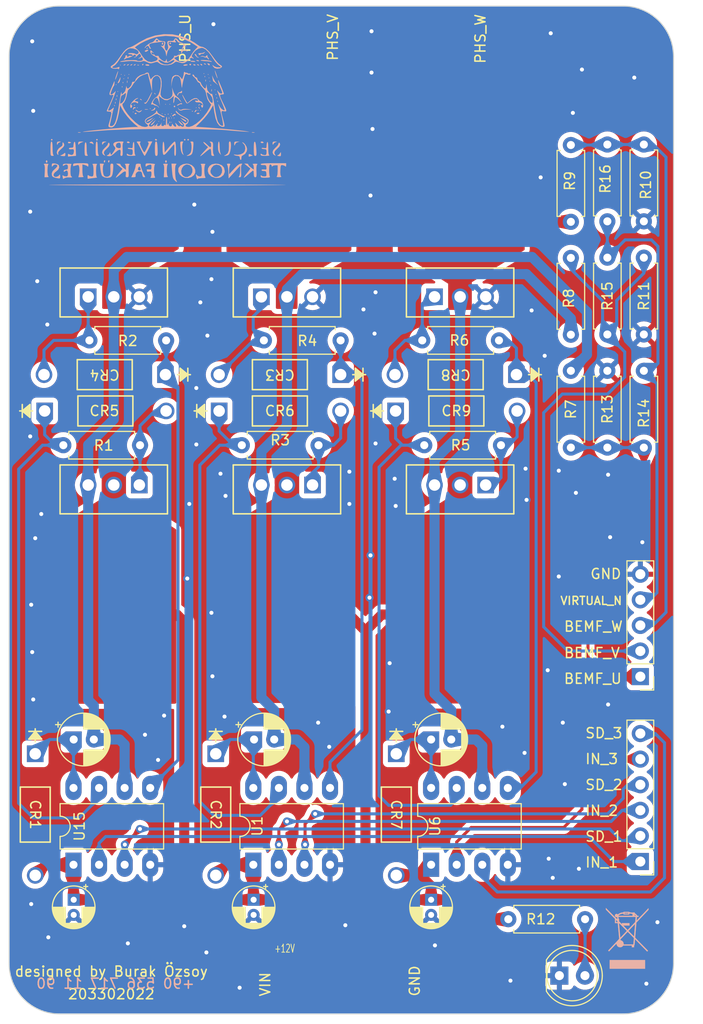
<source format=kicad_pcb>
(kicad_pcb (version 20221018) (generator pcbnew)
  (layers (0 "F.Cu" signal) (31 "B.Cu" signal) (34 "B.Paste" user) (35 "F.Paste" user) (36 "B.SilkS" user "B.Silkscreen") (37 "F.SilkS" user "F.Silkscreen") (38 "B.Mask" user) (39 "F.Mask" user) (44 "Edge.Cuts" user))
  (net 0 "")
  (net 1 "Net-(U15-HO)")
  (net 2 "Net-(CR5-Pad2)")
  (net 3 "Net-(U15-VB)")
  (net 4 "+12V")
  (net 5 "Net-(U1-VB)")
  (net 6 "Net-(U1-LO)")
  (net 7 "Net-(CR3-Pad2)")
  (net 8 "Net-(U15-LO)")
  (net 9 "Net-(CR4-Pad2)")
  (net 10 "Net-(U1-HO)")
  (net 11 "Net-(CR6-Pad2)")
  (net 12 "Net-(U6-VB)")
  (net 13 "Net-(U6-LO)")
  (net 14 "Net-(CR8-Pad2)")
  (net 15 "Net-(U6-HO)")
  (net 16 "Net-(CR9-Pad2)")
  (net 17 "MOTOR_U")
  (net 18 "MOTOR_V")
  (net 19 "MOTOR_W")
  (net 20 "GND")
  (net 21 "Virtual_N")
  (net 22 "PHV_U")
  (net 23 "PHV_W")
  (net 24 "PHV_V")
  (net 25 "Net-(D1-A)")
  (net 26 "PWM3")
  (net 27 "PWM4")
  (net 28 "PWM5")
  (net 29 "PWM6")
  (net 30 "PWM1")
  (net 31 "PWM2")
  (footprint "Resistor_THT:R_Axial_DIN0207_L6.3mm_D2.5mm_P7.62mm_Horizontal" (layer "F.Cu") (at 139.8 44.99 -90)
    (fp_text reference "R8")
    (fp_text value "39k")
  )
  (footprint "Capacitor_THT:CP_Radial_D5.0mm_P2.00mm" (layer "F.Cu") (at 108.334887 92.77355)
    (fp_text reference "C2" hide)
    (fp_text value "1uF")
  )
  (footprint "Capacitor_THT:CP_Radial_D4.0mm_P1.50mm" (layer "F.Cu") (at 125.92 108.67355 -90)
    (fp_text reference "C3" hide)
    (fp_text value "10uF")
  )
  (footprint "LED_THT:LED_D5.0mm" (layer "F.Cu") (at 138.66 116.2)
    (fp_text reference "D1" hide)
    (fp_text value "GREEN")
  )
  (footprint "UF4007:DO-204AL" (layer "F.Cu") (at 122.46 94.18955 -90)
    (fp_text reference "CR7")
    (fp_text value "UF4007-E3/54")
  )
  (footprint "Package_DIP:DIP-8_W7.62mm_LongPads" (layer "F.Cu") (at 125.92 105.19855 90)
    (fp_text reference "U6")
    (fp_text value "IR2104")
  )
  (footprint "Connector_PinHeader_2.54mm:PinHeader_1x05_P2.54mm_Vertical" (layer "F.Cu") (at 146.7 86.535 180)
    (fp_text reference "J3" hide)
    (fp_text value "Conn_01x05_Pin")
  )
  (footprint "UF4007:DO-204AL" (layer "F.Cu") (at 134.394 56.57355 180)
    (fp_text reference "CR8")
    (fp_text value "UF4007-E3/54")
  )
  (footprint "Resistor_THT:R_Axial_DIN0207_L6.3mm_D2.5mm_P7.62mm_Horizontal" (layer "F.Cu") (at 89.39 63.57355)
    (fp_text reference "R1")
    (fp_text value "10R")
  )
  (footprint "UF4007:DO-204AL" (layer "F.Cu") (at 104.865 60.17355)
    (fp_text reference "CR6")
    (fp_text value "UF4007-E3/54")
  )
  (footprint "Resistor_THT:R_Axial_DIN0207_L6.3mm_D2.5mm_P7.62mm_Horizontal" (layer "F.Cu") (at 147.05 56.19 -90)
    (fp_text reference "R14")
    (fp_text value "39k")
  )
  (footprint "Resistor_THT:R_Axial_DIN0207_L6.3mm_D2.5mm_P7.62mm_Horizontal" (layer "F.Cu") (at 147.05 41.36 90)
    (fp_text reference "R10")
    (fp_text value "15k")
  )
  (footprint "Capacitor_THT:CP_Radial_D5.0mm_P2.00mm" (layer "F.Cu") (at 90.42 92.77355)
    (fp_text reference "C7" hide)
    (fp_text value "1uF")
  )
  (footprint "UF4007:DO-204AL" (layer "F.Cu") (at 116.93 56.57355 180)
    (fp_text reference "CR3")
    (fp_text value "UF4007-E3/54")
  )
  (footprint "Resistor_THT:R_Axial_DIN0207_L6.3mm_D2.5mm_P7.62mm_Horizontal" (layer "F.Cu") (at 116.93 53.17355 180)
    (fp_text reference "R4")
    (fp_text value "10R")
  )
  (footprint "Resistor_THT:R_Axial_DIN0207_L6.3mm_D2.5mm_P7.62mm_Horizontal" (layer "F.Cu") (at 132.66 53.17355 180)
    (fp_text reference "R6")
    (fp_text value "10R")
  )
  (footprint "UF4007:DO-204AL" (layer "F.Cu") (at 86.6 94.18955 -90)
    (fp_text reference "CR1")
    (fp_text value "UF4007-E3/54")
  )
  (footprint "Resistor_THT:R_Axial_DIN0207_L6.3mm_D2.5mm_P7.62mm_Horizontal" (layer "F.Cu") (at 139.8 63.81 90)
    (fp_text reference "R7")
    (fp_text value "39k")
  )
  (footprint "Resistor_THT:R_Axial_DIN0207_L6.3mm_D2.5mm_P7.62mm_Horizontal" (layer "F.Cu") (at 147.05 52.585 90)
    (fp_text reference "R11")
    (fp_text value "15k")
  )
  (footprint "Resistor_THT:R_Axial_DIN0207_L6.3mm_D2.5mm_P7.62mm_Horizontal" (layer "F.Cu") (at 143.425 41.36 90)
    (fp_text reference "R16")
    (fp_text value "39k")
  )
  (footprint "UF4007:DO-204AL" (layer "F.Cu") (at 122.395 60.17355)
    (fp_text reference "CR9")
    (fp_text value "UF4007-E3/54")
  )
  (footprint "UF4007:DO-204AL" (layer "F.Cu") (at 87.535 60.17355)
    (fp_text reference "CR5")
    (fp_text value "UF4007-E3/54")
  )
  (footprint "Resistor_THT:R_Axial_DIN0207_L6.3mm_D2.5mm_P7.62mm_Horizontal" (layer "F.Cu") (at 143.425 44.965 -90)
    (fp_text reference "R15")
    (fp_text value "39k")
  )
  (footprint "Resistor_THT:R_Axial_DIN0207_L6.3mm_D2.5mm_P7.62mm_Horizontal" (layer "F.Cu") (at 107.12 63.57355)
    (fp_text reference "R3")
    (fp_text value "10R")
  )
  (footprint "Capacitor_THT:CP_Radial_D5.0mm_P2.00mm" (layer "F.Cu") (at 125.92 92.77355)
    (fp_text reference "C5" hide)
    (fp_text value "1uF")
  )
  (footprint "STP75NF75:TO-220_STM" (layer "F.Cu") (at 91.86 48.85)
    (fp_text reference "U5" hide)
    (fp_text value "STP75NF75")
  )
  (footprint "STP75NF75:TO-220_STM" (layer "F.Cu") (at 126.26 48.85)
    (fp_text reference "U8" hide)
    (fp_text value "STP75NF75")
  )
  (footprint "Capacitor_THT:CP_Radial_D4.0mm_P1.50mm" (layer "F.Cu") (at 108.29 108.67355 -90)
    (fp_text reference "C1" hide)
    (fp_text value "10uF")
  )
  (footprint "UF4007:DO-204AL" (layer "F.Cu") (at 104.53 94.18955 -90)
    (fp_text reference "CR2")
    (fp_text value "UF4007-E3/54")
  )
  (footprint "STP75NF75:TO-220_STM" (layer "F.Cu") (at 109.06 48.85)
    (fp_text reference "U3" hide)
    (fp_text value "STP75NF75")
  )
  (footprint "STP75NF75:TO-220_STM" (layer "F.Cu") (at 96.94 67.52355 180)
    (fp_text reference "U4" hide)
    (fp_text value "STP75NF75")
  )
  (footprint "Package_DIP:DIP-8_W7.62mm_LongPads" (layer "F.Cu") (at 90.4 105.19855 90)
    (fp_text reference "U15")
    (fp_text value "IR2104")
  )
  (footprint "Package_DIP:DIP-8_W7.62mm_LongPads" (layer "F.Cu") (at 108.26 105.19855 90)
    (fp_text reference "U1")
    (fp_text value "IR2104")
  )
  (footprint "STP75NF75:TO-220_STM" (layer "F.Cu") (at 131.34 67.52355 180)
    (fp_text reference "U7" hide)
    (fp_text value "STP75NF75")
  )
  (footprint "TerminalBlock_MetzConnect:TerminalBlock_MetzConnect_Type011_RT05503HBWC_1x03_P5.00mm_Horizontal" (layer "F.Cu") (at 111.7 23.7)
    (fp_text reference "J2" hide)
    (fp_text value "Screw_Terminal_01x03")
  )
  (footprint "TerminalBlock_MetzConnect:TerminalBlock_MetzConnect_Type011_RT05502HBWC_1x02_P5.00mm_Horizontal" (layer "F.Cu") (at 120.75 117.1)
    (fp_text reference "J1" hide)
    (fp_text value "Screw_Terminal_01x02" hide)
  )
  (footprint "Connector_PinHeader_2.54mm:PinHeader_1x06_P2.54mm_Vertical" (layer "F.Cu") (at 146.7 104.88 180)
    (fp_text reference "J5" hide)
    (fp_text value "Conn_01x06_Pin")
  )
  (footprint "STP75NF75:TO-220_STM" (layer "F.Cu") (at 114.14 67.52355 180)
    (fp_text reference "U2" hide)
    (fp_text value "STP75NF75")
  )
  (footprint "UF4007:DO-204AL" (layer "F.Cu") (at 99.534 56.57355 180)
    (fp_text reference "CR4")
    (fp_text value "UF4007-E3/54")
  )
  (footprint "Resistor_THT:R_Axial_DIN0207_L6.3mm_D2.5mm_P7.62mm_Horizontal" (layer "F.Cu") (at 133.59 110.6)
    (fp_text reference "R12")
    (fp_text value "470R")
  )
  (footprint "Resistor_THT:R_Axial_DIN0207_L6.3mm_D2.5mm_P7.62mm_Horizontal" (layer "F.Cu") (at 139.8 33.79 -90)
    (fp_text reference "R9")
    (fp_text value "39k")
  )
  (footprint "Capacitor_THT:CP_Radial_D4.0mm_P1.50mm" (layer "F.Cu") (at 90.42 108.67355 -90)
    (fp_text reference "C4" hide)
    (fp_text value "10uF")
  )
  (footprint "Resistor_THT:R_Axial_DIN0207_L6.3mm_D2.5mm_P7.62mm_Horizontal" (layer "F.Cu") (at 99.6 53.17355 180)
    (fp_text reference "R2")
    (fp_text value "10R")
  )
  (footprint "Resistor_THT:R_Axial_DIN0207_L6.3mm_D2.5mm_P7.62mm_Horizontal" (layer "F.Cu") (at 125.24 63.57355)
    (fp_text reference "R5")
    (fp_text value "10R")
  )
  (footprint "Resistor_THT:R_Axial_DIN0207_L6.3mm_D2.5mm_P7.62mm_Horizontal" (layer "F.Cu") (at 143.425 56.19 -90)
    (fp_text reference "R13")
    (fp_text value "15k")
  )
  (footprint "Audio_Module:sü_tf_logo" (layer "B.Cu") (at 99.5 30.3 180)
    (fp_text reference "")
    (fp_text value "" hide)
  )
  (footprint "Symbol:WEEE-Logo_4.2x6mm_SilkScreen" (layer "B.Cu") (at 145.4 112.5 180)
    (fp_text reference "REF**" hide)
    (fp_text value "WEEE-Logo_4.2x6mm_SilkScreen" hide)
  )
  (gr_line (start 150 25) (end 150 115) (stroke (width 0.1)) (layer "Edge.Cuts"))
  (gr_arc (start 89 120) (mid 85.464466 118.535534) (end 84 115) (stroke (width 0.1)) (layer "Edge.Cuts"))
  (gr_line (start 89 20) (end 145 20) (stroke (width 0.1)) (layer "Edge.Cuts"))
  (gr_line (start 145 120) (end 89 120) (stroke (width 0.1)) (layer "Edge.Cuts"))
  (gr_line (start 84 115) (end 84 25) (stroke (width 0.1)) (layer "Edge.Cuts"))
  (gr_arc (start 150 115) (mid 148.535534 118.535534) (end 145 120) (stroke (width 0.1)) (layer "Edge.Cuts"))
  (gr_arc (start 145 20) (mid 148.535534 21.464466) (end 150 25) (stroke (width 0.1)) (layer "Edge.Cuts"))
  (gr_arc (start 84 25) (mid 85.464466 21.464466) (end 89 20) (stroke (width 0.1)) (layer "Edge.Cuts"))
  (gr_text "+90 536 717 11 90" (at 102.525 117.575) (layer "B.SilkS") (effects (font (size 1 1)) (justify left bottom mirror)))
  (gr_text "PHS_W" (at 131.4 25.8 90) (layer "F.SilkS") (effects (font (size 1 1)) (justify left bottom)))
  (gr_text "SD_1" (at 141.15 102.985) (layer "F.SilkS") (effects (font (size 1 1)) (justify left bottom)))
  (gr_text "GND" (at 124.875 118.35 90) (layer "F.SilkS") (effects (font (size 1 1)) (justify left bottom)))
  (gr_text "SD_3" (at 141.15 92.725) (layer "F.SilkS") (effects (font (size 1 1)) (justify left bottom)))
  (gr_text "IN_1" (at 141.15 105.55) (layer "F.SilkS") (effects (font (size 1 1)) (justify left bottom)))
  (gr_text "PHS_V" (at 116.7375 25.514286 90) (layer "F.SilkS") (effects (font (size 1 1)) (justify left bottom)))
  (gr_text "BEMF_V" (at 139.034524 84.775) (layer "F.SilkS") (effects (font (size 1 1)) (justify left bottom)))
  (gr_text "BEMF_W" (at 139.034524 82.15) (layer "F.SilkS") (effects (font (size 1 1)) (justify left bottom)))
  (gr_text "SD_2" (at 141.15 97.855) (layer "F.SilkS") (effects (font (size 1 1)) (justify left bottom)))
  (gr_text "+12V" (at 110.325 113.975) (layer "F.SilkS") (effects (font (size 0.8 0.5) (thickness 0.08) bold) (justify left bottom)))
  (gr_text "VIN" (at 110.025 118.35 90) (layer "F.SilkS") (effects (font (size 1 1)) (justify left bottom)))
  (gr_text "PHS_U" (at 102.075 25.704762 90) (layer "F.SilkS") (effects (font (size 1 1)) (justify left bottom)))
  (gr_text "203302022" (at 89.775 118.625) (layer "F.SilkS") (effects (font (size 1 1)) (justify left bottom)))
  (gr_text "IN_3" (at 141.15 95.29) (layer "F.SilkS") (effects (font (size 1 1)) (justify left bottom)))
  (gr_text "IN_2" (at 141.15 100.42) (layer "F.SilkS") (effects (font (size 1 1)) (justify left bottom)))
  (gr_text "GND" (at 141.65 76.925) (layer "F.SilkS") (effects (font (size 1 1)) (justify left bottom)))
  (gr_text "BEMF_U" (at 139.025 87.325) (layer "F.SilkS") (effects (font (size 1 1)) (justify left bottom)))
  (gr_text "designed by Burak Özsoy" (at 84.489284 116.375) (layer "F.SilkS") (effects (font (size 1 1)) (justify left bottom)))
  (gr_text "VIRTUAL_N" (at 138.675 79.475) (layer "F.SilkS") (effects (font (size 0.8 0.8)) (justify left bottom)))
  (segment (start 88.57355 63.57355) (end 89.39 63.57355) (width 0.3) (layer "B.Cu") (net 1))
  (segment (start 92.94 98.56) (end 90.95 100.55) (width 0.3) (layer "B.Cu") (net 1))
  (segment (start 84.95 99.1) (end 84.95 65.95) (width 0.3) (layer "B.Cu") (net 1))
  (segment (start 92.94 97.57855) (end 92.94 98.56) (width 0.3) (layer "B.Cu") (net 1))
  (segment (start 87.535 62.535) (end 88.57355 63.57355) (width 0.3) (layer "B.Cu") (net 1))
  (segment (start 84.95 65.95) (end 87.32645 63.57355) (width 0.3) (layer "B.Cu") (net 1))
  (segment (start 86.4 100.55) (end 84.95 99.1) (width 0.3) (layer "B.Cu") (net 1))
  (segment (start 90.95 100.55) (end 86.4 100.55) (width 0.3) (layer "B.Cu") (net 1))
  (segment (start 87.32645 63.57355) (end 89.39 63.57355) (width 0.3) (layer "B.Cu") (net 1))
  (segment (start 87.535 60.17355) (end 87.535 62.535) (width 0.3) (layer "B.Cu") (net 1))
  (segment (start 97.01 61.64) (end 97.01 63.57355) (width 0.3) (layer "B.Cu") (net 2))
  (segment (start 98.47645 60.17355) (end 97.01 61.64) (width 0.3) (layer "B.Cu") (net 2))
  (segment (start 99.6 60.17355) (end 98.47645 60.17355) (width 0.3) (layer "B.Cu") (net 2))
  (segment (start 97.01 63.57355) (end 97.01 67.45355) (width 0.3) (layer "B.Cu") (net 2))
  (segment (start 97.01 67.45355) (end 96.94 67.52355) (width 0.3) (layer "B.Cu") (net 2))
  (segment (start 90.4 92.79355) (end 90.42 92.77355) (width 0.3) (layer "B.Cu") (net 3))
  (segment (start 90.42 92.77355) (end 88.016 92.77355) (width 0.3) (layer "B.Cu") (net 3))
  (segment (start 90.4 97.57855) (end 90.4 92.79355) (width 0.3) (layer "B.Cu") (net 3))
  (segment (start 88.016 92.77355) (end 86.6 94.18955) (width 0.3) (layer "B.Cu") (net 3))
  (segment (start 108.26 105.19855) (end 108.26 108.64355) (width 1) (layer "F.Cu") (net 4))
  (segment (start 90.42 108.67355) (end 101.4 108.67355) (width 1) (layer "F.Cu") (net 4))
  (segment (start 113.3 108.67355) (end 119.4 108.67355) (width 1) (layer "F.Cu") (net 4))
  (segment (start 106.7 105.2) (end 106.70145 105.19855) (width 0.7) (layer "F.Cu") (net 4))
  (segment (start 90.4 105.19855) (end 90.4 108.65355) (width 1) (layer "F.Cu") (net 4))
  (segment (start 90.4 108.65355) (end 90.42 108.67355) (width 0.7) (layer "F.Cu") (net 4))
  (segment (start 122.46 106.25455) (end 124.864 106.25455) (width 1) (layer "F.Cu") (net 4))
  (segment (start 101.4 108.67355) (end 101.4 81.1) (width 1) (layer "F.Cu") (net 4))
  (segment (start 108.29 108.67355) (end 113.3 108.67355) (width 1) (layer "F.Cu") (net 4))
  (segment (start 106.70145 105.19855) (end 108.26 105.19855) (width 1) (layer "F.Cu") (net 4))
  (segment (start 113.25 108.72355) (end 113.3 108.67355) (width 0.7) (layer "F.Cu") (net 4))
  (segment (start 125.92 108.67355) (end 128.77355 108.67355) (width 1) (layer "F.Cu") (net 4))
  (segment (start 121.02645 80.37355) (end 128.8 80.37355) (width 1) (layer "F.Cu") (net 4))
  (segment (start 101.4 108.67355) (end 108.29 108.67355) (width 1) (layer "F.Cu") (net 4))
  (segment (start 125.92 108.67355) (end 125.92 107.31055) (width 1) (layer "F.Cu") (net 4))
  (segment (start 105.58455 105.2) (end 106.7 105.2) (width 1) (layer "F.Cu") (net 4))
  (segment (start 119.4 108.67355) (end 125.92 108.67355) (width 1) (layer "F.Cu") (net 4))
  (segment (start 128.77355 108.67355) (end 130.7 110.6) (width 1) (layer "F.Cu") (net 4))
  (segment (start 104.53 106.25455) (end 105.58455 105.2) (width 1) (layer "F.Cu") (net 4))
  (segment (start 125.92 107.31055) (end 124.864 106.25455) (width 1) (layer "F.Cu") (net 4))
  (segment (start 88.8 105.2) (end 88.80145 105.19855) (width 0.7) (layer "F.Cu") (net 4))
  (segment (start 86.6 106.25455) (end 87.65455 105.2) (width 1) (layer "F.Cu") (net 4))
  (segment (start 113.25 117.1) (end 113.25 108.72355) (width 1) (layer "F.Cu") (net 4))
  (segment (start 119.4 82) (end 121.02645 80.37355) (width 1) (layer "F.Cu") (net 4))
  (segment (start 117.77355 80.37355) (end 111.6 80.37355) (width 1) (layer "F.Cu") (net 4))
  (segment (start 100.67355 80.37355) (end 94.4 80.37355) (width 1) (layer "F.Cu") (net 4))
  (segment (start 108.26 108.64355) (end 108.29 108.67355) (width 0.7) (layer "F.Cu") (net 4))
  (segment (start 87.65455 105.2) (end 88.8 105.2) (width 1) (layer "F.Cu") (net 4))
  (segment (start 88.80145 105.19855) (end 90.4 105.19855) (width 1) (layer "F.Cu") (net 4))
  (segment (start 124.864 106.25455) (end 125.92 105.19855) (width 1) (layer "F.Cu") (net 4))
  (segment (start 101.4 81.1) (end 100.67355 80.37355) (width 1) (layer "F.Cu") (net 4))
  (segment (start 119.4 82) (end 117.77355 80.37355) (width 1) (layer "F.Cu") (net 4))
  (segment (start 119.4 88.17355) (end 119.4 82) (width 1) (layer "F.Cu") (net 4))
  (segment (start 130.7 110.6) (end 133.59 110.6) (width 1) (layer "F.Cu") (net 4))
  (segment (start 119.4 108.67355) (end 119.4 88.17355) (width 1) (layer "F.Cu") (net 4))
  (segment (start 108.334887 92.77355) (end 105.946 92.77355) (width 0.3) (layer "B.Cu") (net 5))
  (segment (start 108.26 97.57855) (end 108.26 92.848437) (width 0.3) (layer "B.Cu") (net 5))
  (segment (start 105.946 92.77355) (end 104.53 94.18955) (width 0.3) (layer "B.Cu") (net 5))
  (segment (start 108.26 92.848437) (end 108.334887 92.77355) (width 0.3) (layer "B.Cu") (net 5))
  (segment (start 119.05 57.1) (end 118.52355 56.57355) (width 0.3) (layer "B.Cu") (net 6))
  (segment (start 116.93 53.17355) (end 116.93 56.57355) (width 0.3) (layer "B.Cu") (net 6))
  (segment (start 115.88 97.57855) (end 115.88 95.02) (width 0.3) (layer "B.Cu") (net 6))
  (segment (start 119.05 91.85) (end 119.05 57.1) (width 0.3) (layer "B.Cu") (net 6))
  (segment (start 115.88 95.02) (end 119.05 91.85) (width 0.3) (layer "B.Cu") (net 6))
  (segment (start 118.52355 56.57355) (end 116.93 56.57355) (width 0.3) (layer "B.Cu") (net 6))
  (segment (start 109.06 49.99) (end 109.06 48.85) (width 0.3) (layer "B.Cu") (net 7))
  (segment (start 104.865 56.57355) (end 108.265 53.17355) (width 0.3) (layer "B.Cu") (net 7))
  (segment (start 108.265 53.17355) (end 109.31 53.17355) (width 0.3) (layer "B.Cu") (net 7))
  (segment (start 108.25 52.11355) (end 108.25 50.8) (width 0.3) (layer "B.Cu") (net 7))
  (segment (start 109.31 53.17355) (end 108.25 52.11355) (width 0.3) (layer "B.Cu") (net 7))
  (segment (start 108.25 50.8) (end 109.06 49.99) (width 0.3) (layer "B.Cu") (net 7))
  (segment (start 99.6 56.50755) (end 99.534 56.57355) (width 0.3) (layer "B.Cu") (net 8))
  (segment (start 100.7755 94.82305) (end 100.7755 57.81505) (width 0.3) (layer "B.Cu") (net 8))
  (segment (start 98.02 97.57855) (end 100.7755 94.82305) (width 0.3) (layer "B.Cu") (net 8))
  (segment (start 100.7755 57.81505) (end 99.534 56.57355) (width 0.3) (layer "B.Cu") (net 8))
  (segment (start 99.6 53.17355) (end 99.6 56.50755) (width 0.3) (layer "B.Cu") (net 8))
  (segment (start 87.469 56.57355) (end 87.469 54.131) (width 0.3) (layer "B.Cu") (net 9))
  (segment (start 87.469 54.131) (end 88.42645 53.17355) (width 0.3) (layer "B.Cu") (net 9))
  (segment (start 88.42645 53.17355) (end 91.98 53.17355) (width 0.3) (layer "B.Cu") (net 9))
  (segment (start 91.86 53.05355) (end 91.98 53.17355) (width 0.3) (layer "B.Cu") (net 9))
  (segment (start 91.86 48.85) (end 91.86 53.05355) (width 0.3) (layer "B.Cu") (net 9))
  (segment (start 108.95 100.3) (end 104.3 100.3) (width 0.3) (layer "B.Cu") (net 10))
  (segment (start 104.865 62.165) (end 106.27355 63.57355) (width 0.3) (layer "B.Cu") (net 10))
  (segment (start 104.92645 63.57355) (end 107.12 63.57355) (width 0.3) (layer "B.Cu") (net 10))
  (segment (start 102.95 65.55) (end 104.92645 63.57355) (width 0.3) (layer "B.Cu") (net 10))
  (segment (start 104.865 60.17355) (end 104.865 62.165) (width 0.3) (layer "B.Cu") (net 10))
  (segment (start 102.95 98.95) (end 102.95 65.55) (width 0.3) (layer "B.Cu") (net 10))
  (segment (start 110.8 97.57855) (end 110.8 98.45) (width 0.3) (layer "B.Cu") (net 10))
  (segment (start 106.27355 63.57355) (end 107.12 63.57355) (width 0.3) (layer "B.Cu") (net 10))
  (segment (start 104.3 100.3) (end 102.95 98.95) (width 0.3) (layer "B.Cu") (net 10))
  (segment (start 110.8 98.45) (end 108.95 100.3) (width 0.3) (layer "B.Cu") (net 10))
  (segment (start 114.74 65.71) (end 114.74 63.57355) (width 0.3) (layer "B.Cu") (net 11))
  (segment (start 116.22645 63.57355) (end 116.93 62.87) (width 0.3) (layer "B.Cu") (net 11))
  (segment (start 114.14 66.31) (end 114.74 65.71) (width 0.3) (layer "B.Cu") (net 11))
  (segment (start 114.74 63.57355) (end 116.22645 63.57355) (width 0.3) (layer "B.Cu") (net 11))
  (segment (start 114.14 67.52355) (end 114.14 66.31) (width 0.3) (layer "B.Cu") (net 11))
  (segment (start 116.93 62.87) (end 116.93 60.17355) (width 0.3) (layer "B.Cu") (net 11))
  (segment (start 123.876 92.77355) (end 122.46 94.18955) (width 0.3) (layer "B.Cu") (net 12))
  (segment (start 125.92 92.77355) (end 123.876 92.77355) (width 0.3) (layer "B.Cu") (net 12))
  (segment (start 125.92 97.57855) (end 125.92 92.77355) (width 0.3) (layer "B.Cu") (net 12))
  (segment (start 133.62355 53.17355) (end 134.394 53.944) (width 0.3) (layer "B.Cu") (net 13))
  (segment (start 133.54 97.57855) (end 134.77145 97.57855) (width 0.3) (layer "B.Cu") (net 13))
  (segment (start 136.35 57.35) (end 135.57355 56.57355) (width 0.3) (layer "B.Cu") (net 13))
  (segment (start 136.35 96) (end 136.35 57.35) (width 0.3) (layer "B.Cu") (net 13))
  (segment (start 132.66 53.17355) (end 133.62355 53.17355) (width 0.3) (layer "B.Cu") (net 13))
  (segment (start 134.77145 97.57855) (end 136.35 96) (width 0.3) (layer "B.Cu") (net 13))
  (segment (start 135.57355 56.57355) (end 134.394 56.57355) (width 0.3) (layer "B.Cu") (net 13))
  (segment (start 134.394 53.944) (end 134.394 56.57355) (width 0.3) (layer "B.Cu") (net 13))
  (segment (start 123.32645 53.17355) (end 125.04 53.17355) (width 0.3) (layer "B.Cu") (net 14))
  (segment (start 126.26 48.85) (end 125.75 48.85) (width 0.3) (layer "B.Cu") (net 14))
  (segment (start 125.04 49.56) (end 125.04 53.17355) (width 0.3) (layer "B.Cu") (net 14))
  (segment (start 122.329 54.171) (end 123.32645 53.17355) (width 0.3) (layer "B.Cu") (net 14))
  (segment (start 122.329 56.57355) (end 122.329 54.171) (width 0.3) (layer "B.Cu") (net 14))
  (segment (start 125.75 48.85) (end 125.04 49.56) (width 0.3) (layer "B.Cu") (net 14))
  (segment (start 122.395 62.895) (end 122.395 60.17355) (width 0.3) (layer "B.Cu") (net 15))
  (segment (start 121.7 99.3) (end 120.75 98.35) (width 0.3) (layer "B.Cu") (net 15))
  (segment (start 120.75 98.35) (end 120.75 65.75) (width 0.3) (layer "B.Cu") (net 15))
  (segment (start 128.46 98.69) (end 127.85 99.3) (width 0.3) (layer "B.Cu") (net 15))
  (segment (start 127.85 99.3) (end 121.7 99.3) (width 0.3) (layer "B.Cu") (net 15))
  (segment (start 120.75 65.75) (end 122.92645 63.57355) (width 0.3) (layer "B.Cu") (net 15))
  (segment (start 123.07355 63.57355) (end 122.395 62.895) (width 0.3) (layer "B.Cu") (net 15))
  (segment (start 122.92645 63.57355) (end 125.24 63.57355) (width 0.3) (layer "B.Cu") (net 15))
  (segment (start 125.24 63.57355) (end 123.07355 63.57355) (width 0.3) (layer "B.Cu") (net 15))
  (segment (start 128.46 97.57855) (end 128.46 98.69) (width 0.3) (layer "B.Cu") (net 15))
  (segment (start 133.62645 63.57355) (end 134.46 62.74) (width 0.3) (layer "B.Cu") (net 16))
  (segment (start 132.86 63.57355) (end 133.62645 63.57355) (width 0.3) (layer "B.Cu") (net 16))
  (segment (start 132.12645 67.52355) (end 132.86 66.79) (width 0.3) (layer "B.Cu") (net 16))
  (segment (start 134.46 62.74) (end 134.46 60.17355) (width 0.3) (layer "B.Cu") (net 16))
  (segment (start 132.86 66.79) (end 132.86 63.57355) (width 0.3) (layer "B.Cu") (net 16))
  (segment (start 131.34 67.52355) (end 132.12645 67.52355) (width 0.3) (layer "B.Cu") (net 16))
  (segment (start 94.97355 92.77355) (end 92.42 92.77355) (width 1) (layer "B.Cu") (net 17))
  (segment (start 94.4 61) (end 94.4 48.85) (width 1) (layer "B.Cu") (net 17))
  (segment (start 94.4 46.2) (end 94.4 48.85) (width 1) (layer "B.Cu") (net 17))
  (segment (start 141.4 54.59) (end 141.4 50.35) (width 1) (layer "B.Cu") (net 17))
  (segment (start 91.86 67.52355) (end 91.86 88.86) (width 1) (layer "B.Cu") (net 17))
  (segment (start 91.86 63.54) (end 94.4 61) (width 1) (layer "B.Cu") (net 17))
  (segment (start 92.42 89.42) (end 92.42 92.77355) (width 1) (layer "B.Cu") (net 17))
  (segment (start 91.86 67.52355) (end 91.86 63.54) (width 1) (layer "B.Cu") (net 17))
  (segment (start 91.86 88.86) (end 92.42 89.42) (width 1) (layer "B.Cu") (net 17))
  (segment (start 135.95 44.9) (end 95.7 44.9) (width 1) (layer "B.Cu") (net 17))
  (segment (start 95.48 97.57855) (end 95.48 93.28) (width 1) (layer "B.Cu") (net 17))
  (segment (start 95.7 44.9) (end 94.4 46.2) (width 1) (layer "B.Cu") (net 17))
  (segment (start 95.48 93.28) (end 94.97355 92.77355) (width 1) (layer "B.Cu") (net 17))
  (segment (start 141.4 50.35) (end 135.95 44.9) (width 1) (layer "B.Cu") (net 17))
  (segment (start 139.8 56.19) (end 141.4 54.59) (width 1) (layer "B.Cu") (net 17))
  (segment (start 113.1 46.6) (end 111.6 48.1) (width 1) (layer "B.Cu") (net 18))
  (segment (start 113.34 97.57855) (end 113.34 93.54) (width 1) (layer "B.Cu") (net 18))
  (segment (start 113.34 93.54) (end 112.57355 92.77355) (width 1) (layer "B.Cu") (net 18))
  (segment (start 110.334887 89.884887) (end 110.334887 92.77355) (width 1) (layer "B.Cu") (net 18))
  (segment (start 109.06 67.52355) (end 109.06 64.19) (width 1) (layer "B.Cu") (net 18))
  (segment (start 109.06 67.52355) (end 109.06 88.61) (width 1) (layer "B.Cu") (net 18))
  (segment (start 109.06 88.61) (end 110.334887 89.884887) (width 1) (layer "B.Cu") (net 18))
  (segment (start 109.06 64.19) (end 111.6 61.65) (width 1) (layer "B.Cu") (net 18))
  (segment (start 111.6 48.1) (end 111.6 48.85) (width 1) (layer "B.Cu") (net 18))
  (segment (start 111.6 61.65) (end 111.6 48.85) (width 1) (layer "B.Cu") (net 18))
  (segment (start 139.8 51) (end 135.4 46.6) (width 1) (layer "B.Cu") (net 18))
  (segment (start 139.8 52.61) (end 139.8 51) (width 1) (layer "B.Cu") (net 18))
  (segment (start 135.4 46.6) (end 113.1 46.6) (width 1) (layer "B.Cu") (net 18))
  (segment (start 112.57355 92.77355) (end 110.334887 92.77355) (width 1) (layer "B.Cu") (net 18))
  (segment (start 134.21 41.41) (end 128.8 36) (width 1) (layer "F.Cu") (net 19))
  (segment (start 139.8 41.41) (end 134.21 41.41) (width 1) (layer "F.Cu") (net 19))
  (segment (start 126.26 88.21) (end 127.92 89.87) (width 1) (layer "B.Cu") (net 19))
  (segment (start 127.92 89.87) (end 127.92 92.77355) (width 1) (layer "B.Cu") (net 19))
  (segment (start 131 93.4) (end 130.37355 92.77355) (width 1) (layer "B.Cu") (net 19))
  (segment (start 131 97.57855) (end 131 93.4) (width 1) (layer "B.Cu") (net 19))
  (segment (start 130.37355 92.77355) (end 127.92 92.77355) (width 1) (layer "B.Cu") (net 19))
  (segment (start 126.26 67.52355) (end 126.26 65.04) (width 1) (layer "B.Cu") (net 19))
  (segment (start 128.8 62.5) (end 128.8 48.85) (width 1) (layer "B.Cu") (net 19))
  (segment (start 126.26 67.52355) (end 126.26 88.21) (width 1) (layer "B.Cu") (net 19))
  (segment (start 126.26 65.04) (end 128.8 62.5) (width 1) (layer "B.Cu") (net 19))
  (via (at 103.7 52.7) (size 0.8) (drill 0.4) (layers "F.Cu" "B.Cu") (net 20))
  (via (at 99.4 90.4) (size 0.8) (drill 0.4) (layers "F.Cu" "B.Cu") (net 20))
  (via (at 133 91.5) (size 0.8) (drill 0.4) (layers "F.Cu" "B.Cu") (net 20))
  (via (at 86.4 30.4) (size 0.8) (drill 0.4) (layers "F.Cu" "B.Cu") (net 20))
  (via (at 139 91.1) (size 0.8) (drill 0.4) (layers "F.Cu" "B.Cu") (net 20))
  (via (at 86.1 62.7) (size 0.8) (drill 0.4) (layers "F.Cu" "B.Cu") (net 20))
  (via (at 140.6 105.6) (size 0.8) (drill 0.4) (layers "F.Cu" "B.Cu") (net 20))
  (via (at 119.8 78.7) (size 0.8) (drill 0.4) (layers "F.Cu" "B.Cu") (net 20))
  (via (at 103.6 113.9) (size 0.8) (drill 0.4) (layers "F.Cu" "B.Cu") (net 20))
  (via (at 87.9 112.4) (size 0.8) (drill 0.4) (layers "F.Cu" "B.Cu") (net 20))
  (via (at 148.4 110.9) (size 0.8) (drill 0.4) (layers "F.Cu" "B.Cu") (net 20))
  (via (at 101.9 69.4) (size 0.8) (drill 0.4) (layers "F.Cu" "B.Cu") (net 20))
  (via (at 86.4 88.8) (size 0.8) (drill 0.4) (layers "F.Cu" "B.Cu") (net 20))
  (via (at 117.8 66.2) (size 0.8) (drill 0.4) (layers "F.Cu" "B.Cu") (net 20))
  (via (at 140 30.6) (size 0.8) (drill 0.4) (layers "F.Cu" "B.Cu") (net 20))
  (via (at 120 26.6) (size 0.8) (drill 0.4) (layers "F.Cu" "B.Cu") (net 20))
  (via (at 139.2 97.2) (size 0.8) (drill 0.4) (layers "F.Cu" "B.Cu") (net 20))
  (via (at 117.4 111.2) (size 0.8) (drill 0.4) (layers "F.Cu" "B.Cu") (net 20))
  (via (at 101.7 76.8) (size 0.8) (drill 0.4) (layers "F.Cu" "B.Cu") (net 20))
  (via (at 133.8 116.7) (size 0.8) (drill 0.4) (layers "F.Cu" "B.Cu") (net 20))
  (via (at 105 66.4) (size 0.8) (drill 0.4) (layers "F.Cu" "B.Cu") (net 20))
  (via (at 120 22.5) (size 0.8) (drill 0.4) (layers "F.Cu" "B.Cu") (net 20))
  (via (at 137.8 22.7) (size 0.8) (drill 0.4) (layers "F.Cu" "B.Cu") (net 20))
  (via (at 138 106.5) (size 0.8) (drill 0.4) (layers "F.Cu" "B.Cu") (net 20))
  (via (at 86.2 109.1) (size 0.8) (drill 0.4) (layers "F.Cu" "B.Cu") (net 20))
  (via (at 143.5 89.3) (size 0.8) (drill 0.4) (layers "F.Cu" "B.Cu") (net 20))
  (via (at 143.5 66.5) (size 0.8) (drill 0.4) (layers "F.Cu" "B.Cu") (net 20))
  (via (at 119.2 50.1) (size 0.8) (drill 0.4) (layers "F.Cu" "B.Cu") (net 20))
  (via (at 104.2 86.5) (size 0.8) (drill 0.4) (layers "F.Cu" "B.Cu") (net 20))
  (via (at 102.6 57.9) (size 0.8) (drill 0.4) (layers "F.Cu" "B.Cu") (net 20))
  (via (at 135.3 65.9) (size 0.8) (drill 0.4) (layers "F.Cu" "B.Cu") (net 20))
  (via (at 104.3 21.8) (size 0.8) (drill 0.4) (layers "F.Cu" "B.Cu") (net 20))
  (via (at 86.6 72.8) (size 0.8) (drill 0.4) (layers "F.Cu" "B.Cu") (net 20))
  (via (at 140.3 68.3) (size 0.8) (drill 0.4) (layers "F.Cu" "B.Cu") (net 20))
  (via (at 135.9 50.2) (size 0.8) (drill 0.4) (layers "F.Cu" "B.Cu") (net 20))
  (via (at 98.8 94.8) (size 0.8) (drill 0.4) (layers "F.Cu" "B.Cu") (net 20))
  (via (at 87.8 51.6) (size 0.8) (drill 0.4) (layers "F.Cu" "B.Cu") (net 20))
  (via (at 122.3 66.9) (size 0.8) (drill 0.4) (layers "F.Cu" "B.Cu") (net 20))
  (via (at 117.8 69.4) (size 0.8) (drill 0.4) (layers "F.Cu" "B.Cu") (net 20))
  (via (at 135.4 69) (size 0.8) (drill 0.4) (layers "F.Cu" "B.Cu") (net 20))
  (via (at 120.4 63.4) (size 0.8) (drill 0.4) (layers "F.Cu" "B.Cu") (net 20))
  (via (at 146.9 73.2) (size 0.8) (drill 0.4) (layers "F.Cu" "B.Cu") (net 20))
  (via (at 120.1 32.2) (size 0.8) (drill 0.4) (layers "F.Cu" "B.Cu") (net 20))
  (via (at 103 49.4) (size 0.8) (drill 0.4) (layers "F.Cu" "B.Cu") (net 20))
  (via (at 105.5 68.6) (size 0.8) (drill 0.4) (layers "F.Cu" "B.Cu") (net 20))
  (via (at 121.8 85.2) (size 0.8) (drill 0.4) (layers "F.Cu" "B.Cu") (net 20))
  (via (at 135.2 94.1) (size 0.8) (drill 0.4) (layers "F.Cu" "B.Cu") (net 20))
  (via (at 137.5 85.9) (size 0.8) (drill 0.4) (layers "F.Cu" "B.Cu") (net 20))
  (via (at 115.8 93.5) (size 0.8) (drill 0.4) (layers "F.Cu" "B.Cu") (net 20))
  (via (at 120.4 48.4) (size 0.8) (drill 0.4) (layers "F.Cu" "B.Cu") (net 20))
  (via (at 86.1 40.4) (size 0.8) (drill 0.4) (layers "F.Cu" "B.Cu") (net 20))
  (via (at 87.2 70.4) (size 0.8) (drill 0.4) (layers "F.Cu" "B.Cu") (net 20))
  (via (at 147.3 117) (size 0.8) (drill 0.4) (layers "F.Cu" "B.Cu") (net 20))
  (via (at 101.4 111.3) (size 0.8) (drill 0.4) (layers "F.Cu" "B.Cu") (net 20))
  (via (at 120.3 52.5) (size 0.8) (drill 0.4) (layers "F.Cu" "B.Cu") (net 20))
  (via (at 106.9 117.4) (size 0.8) (drill 0.4) (layers "F.Cu" "B.Cu") (net 20))
  (via (at 114.7 91.1) (size 0.8) (drill 0.4) (layers "F.Cu" "B.Cu") (net 20))
  (via (at 143.7 72.7) (size 0.8) (drill 0.4) (layers "F.Cu" "B.Cu") (net 20))
  (via (at 86.2 79.4) (size 0.8) (drill 0.4) (layers "F.Cu" "B.Cu") (net 20))
  (via (at 119.9 38.8) (size 0.8) (drill 0.4) (layers "F.Cu" "B.Cu") (net 20))
  (via (at 86.3 23.5) (size 0.8) (drill 0.4) (layers "F.Cu" "B.Cu") (net 20))
  (via (at 86.8 47.3) (size 0.8) (drill 0.4) (layers "F.Cu" "B.Cu") (net 20))
  (via (at 105.4 90.5) (size 0.8) (drill 0.4) (layers "F.Cu" "B.Cu") (net 20))
  (via (at 86.3 84.1) (size 0.8) (drill 0.4) (layers "F.Cu" "B.Cu") (net 20))
  (via (at 140.9 26.3) (size 0.8) (drill 0.4) (layers "F.Cu" "B.Cu") (net 20))
  (via (at 102.6 63.5) (size 0.8) (drill 0.4) (layers "F.Cu" "B.Cu") (net 20))
  (via (at 104.1 80.2) (size 0.8) (drill 0.4) (layers "F.Cu" "B.Cu") (net 20))
  (via (at 126.3 113.2) (size 0.8) (drill 0.4) (layers "F.Cu" "B.Cu") (net 20))
  (via (at 136.8 37) (size 0.8) (drill 0.4) (layers "F.Cu" "B.Cu") (net 20))
  (via (at 122.4 69.6) (size 0.8) (drill 0.4) (layers "F.Cu" "B.Cu") (net 20))
  (via (at 104.2 42.4) (size 0.8) (drill 0.4) (layers "F.Cu" "B.Cu") (net 20))
  (via (at 137.2 54.7) (size 0.8) (drill 0.4) (layers "F.Cu" "B.Cu") (net 20))
  (via (at 121.7 90) (size 0.8) (drill 0.4) (layers "F.Cu" "B.Cu") (net 20))
  (via (at 104.1 47.1) (size 0.8) (drill 0.4) (layers "F.Cu" "B.Cu") (net 20))
  (via (at 119.9 74.5) (size 0.8) (drill 0.4) (layers "F.Cu" "B.Cu") (net 20))
  (via (at 138.6 76.6) (size 0.8) (drill 0.4) (layers "F.Cu" "B.Cu") (net 20))
  (via (at 146.1 27.1) (size 0.8) (drill 0.4) (layers "F.Cu" "B.Cu") (net 20))
  (via (at 137.6 104.6) (size 0.8) (drill 0.4) (layers "F.Cu" "B.Cu") (net 20))
  (via (at 97.5 92.3) (size 0.8) (drill 0.4) (layers "F.Cu" "B.Cu") (net 20))
  (via (at 138.6 66.1) (size 0.8) (drill 0.4) (layers "F.Cu" "B.Cu") (net 20))
  (via (at 102.4 39.7) (size 0.8) (drill 0.4) (layers "F.Cu" "B.Cu") (net 20))
  (via (at 95.8 113) (size 0.8) (drill 0.4) (layers "F.Cu" "B.Cu") (net 20))
  (segment (start 143.425 41.36) (end 143.425 44.965) (width 0.3) (layer "B.Cu") (net 21))
  (segment (start 147.635 78.915) (end 146.7 78.915) (width 0.3) (layer "B.Cu") (net 21))
  (segment (start 145.19 43.2) (end 147.8 43.2) (width 0.3) (layer "B.Cu") (net 21))
  (segment (start 147.71 56.19) (end 147.05 56.19) (width 0.3) (layer "B.Cu") (net 21))
  (segment (start 147.8 43.2) (end 148.45 43.85) (width 0.3) (layer "B.Cu") (net 21))
  (segment (start 148.35 78.2) (end 147.635 78.915) (width 0.3) (layer "B.Cu") (net 21))
  (segment (start 147.05 56.19) (end 148.35 57.49) (width 0.3) (layer "B.Cu") (net 21))
  (segment (start 148.35 57.49) (end 148.35 78.2) (width 0.3) (layer "B.Cu") (net 21))
  (segment (start 143.425 44.965) (end 145.19 43.2) (width 0.3) (layer "B.Cu") (net 21))
  (segment (start 148.45 43.85) (end 148.45 55.45) (width 0.3) (layer "B.Cu") (net 21))
  (segment (start 148.45 55.45) (end 147.71 56.19) (width 0.3) (layer "B.Cu") (net 21))
  (segment (start 143.435 86.535) (end 141.5 84.6) (width 0.3) (layer "F.Cu") (net 22))
  (segment (start 145.4 70.5) (end 147.05 68.85) (width 0.3) (layer "F.Cu") (net 22))
  (segment (start 141.5 84.6) (end 141.5 72.35) (width 0.3) (layer "F.Cu") (net 22))
  (segment (start 141.5 72.35) (end 143.35 70.5) (width 0.3) (layer "F.Cu") (net 22))
  (segment (start 143.35 70.5) (end 145.4 70.5) (width 0.3) (layer "F.Cu") (net 22))
  (segment (start 146.7 86.535) (end 143.435 86.535) (width 0.3) (layer "F.Cu") (net 22))
  (segment (start 147.05 68.85) (end 147.05 63.81) (width 0.3) (layer "F.Cu") (net 22))
  (segment (start 139.8 63.81) (end 143.425 63.81) (width 0.3) (layer "B.Cu") (net 22))
  (segment (start 143.425 63.81) (end 147.05 63.81) (width 0.3) (layer "B.Cu") (net 22))
  (segment (start 149.25 35) (end 149.25 80.15) (width 0.3) (layer "B.Cu") (net 23))
  (segment (start 149.25 80.15) (end 147.945 81.455) (width 0.3) (layer "B.Cu") (net 23))
  (segment (start 143.425 33.74) (end 147.05 33.74) (width 0.3) (layer "B.Cu") (net 23))
  (segment (start 139.8 33.79) (end 143.375 33.79) (width 0.3) (layer "B.Cu") (net 23))
  (segment (start 147.99 33.74) (end 149.25 35) (width 0.3) (layer "B.Cu") (net 23))
  (segment (start 143.375 33.79) (end 143.425 33.74) (width 0.3) (layer "B.Cu") (net 23))
  (segment (start 147.945 81.455) (end 146.7 81.455) (width 0.3) (layer "B.Cu") (net 23))
  (segment (start 147.05 33.74) (end 147.99 33.74) (width 0.3) (layer "B.Cu") (net 23))
  (segment (start 139.8 46.1) (end 142.95 49.25) (width 0.3) (layer "B.Cu") (net 24))
  (segment (start 145.15 54.31) (end 145.15 56.8) (width 0.3) (layer "B.Cu") (net 24))
  (segment (start 139.495 83.995) (end 146.7 83.995) (width 0.3) (layer "B.Cu") (net 24))
  (segment (start 147.05 46.5) (end 144.35 49.2) (width 0.3) (layer "B.Cu") (net 24))
  (segment (start 147.05 44.965) (end 147.05 46.5) (width 0.3) (layer "B.Cu") (net 24))
  (segment (start 137.1 60.35) (end 137.1 81.6) (width 0.3) (layer "B.Cu") (net 24))
  (segment (start 145.15 56.8) (end 143.45 58.5) (width 0.3) (layer "B.Cu") (net 24))
  (segment (start 139.8 44.99) (end 139.8 46.1) (width 0.3) (layer "B.Cu") (net 24))
  (segment (start 142.95 51.65) (end 143.425 52.125) (width 0.3) (layer "B.Cu") (net 24))
  (segment (start 142.95 49.25) (end 142.95 51.65) (width 0.3) (layer "B.Cu") (net 24))
  (segment (start 138.95 58.5) (end 137.1 60.35) (width 0.3) (layer "B.Cu") (net 24))
  (segment (start 143.425 52.125) (end 143.425 52.585) (width 0.3) (layer "B.Cu") (net 24))
  (segment (start 144.35 51.66) (end 143.425 52.585) (width 0.3) (layer "B.Cu") (net 24))
  (segment (start 144.35 49.2) (end 144.35 51.66) (width 0.3) (layer "B.Cu") (net 24))
  (segment (start 143.425 52.585) (end 145.15 54.31) (width 0.3) (layer "B.Cu") (net 24))
  (segment (start 137.1 81.6) (end 139.495 83.995) (width 0.3) (layer "B.Cu") (net 24))
  (segment (start 143.45 58.5) (end 138.95 58.5) (width 0.3) (layer "B.Cu") (net 24))
  (segment (start 141.21 116.19) (end 141.2 116.2) (width 0.3) (layer "B.Cu") (net 25))
  (segment (start 141.21 110.6) (end 141.21 116.19) (width 0.3) (layer "B.Cu") (net 25))
  (segment (start 110.8 103.2) (end 110.8 101.7) (width 0.3) (layer "F.Cu") (net 26))
  (segment (start 110.8 101.7) (end 111.6 100.9) (width 0.3) (layer "F.Cu") (net 26))
  (via (at 110.8 103.2) (size 0.8) (drill 0.4) (layers "F.Cu" "B.Cu") (net 26))
  (via (at 111.6 100.9) (size 0.8) (drill 0.4) (layers "F.Cu" "B.Cu") (net 26))
  (segment (start 143.8 100.9) (end 144.9 99.8) (width 0.3) (layer "B.Cu") (net 26))
  (segment (start 111.6 100.9) (end 143.8 100.9) (width 0.3) (layer "B.Cu") (net 26))
  (segment (start 144.9 99.8) (end 146.7 99.8) (width 0.3) (layer "B.Cu") (net 26))
  (segment (start 110.8 105.19855) (end 110.8 103.2) (width 0.3) (layer "B.Cu") (net 26))
  (segment (start 113.4 103.2) (end 113.4 101.15) (width 0.3) (layer "F.Cu") (net 27))
  (segment (start 113.4 101.15) (end 114.4 100.15) (width 0.3) (layer "F.Cu") (net 27))
  (via (at 114.4 100.15) (size 0.8) (drill 0.4) (layers "F.Cu" "B.Cu") (net 27))
  (via (at 113.4 103.2) (size 0.8) (drill 0.4) (layers "F.Cu" "B.Cu") (net 27))
  (segment (start 145 97.7) (end 145.44 97.26) (width 0.3) (layer "B.Cu") (net 27))
  (segment (start 113.34 103.26) (end 113.4 103.2) (width 0.3) (layer "B.Cu") (net 27))
  (segment (start 114.4 100.15) (end 143.45 100.15) (width 0.3) (layer "B.Cu") (net 27))
  (segment (start 143.45 100.15) (end 145 98.6) (width 0.3) (layer "B.Cu") (net 27))
  (segment (start 113.34 105.19855) (end 113.34 103.26) (width 0.3) (layer "B.Cu") (net 27))
  (segment (start 145 98.6) (end 145 97.7) (width 0.3) (layer "B.Cu") (net 27))
  (segment (start 145.44 97.26) (end 146.7 97.26) (width 0.3) (layer "B.Cu") (net 27))
  (segment (start 140.9 99.7) (end 140.9 96.4) (width 0.3) (layer "F.Cu") (net 28))
  (segment (start 128.46 105.19855) (end 128.46 102.94) (width 0.3) (layer "F.Cu") (net 28))
  (segment (start 139.1 101.5) (end 140.9 99.7) (width 0.3) (layer "F.Cu") (net 28))
  (segment (start 140.9 96.4) (end 142.58 94.72) (width 0.3) (layer "F.Cu") (net 28))
  (segment (start 128.46 102.94) (end 129.9 101.5) (width 0.3) (layer "F.Cu") (net 28))
  (segment (start 129.9 101.5) (end 139.1 101.5) (width 0.3) (layer "F.Cu") (net 28))
  (segment (start 142.58 94.72) (end 146.7 94.72) (width 0.3) (layer "F.Cu") (net 28))
  (segment (start 148.18 92.18) (end 146.7 92.18) (width 0.3) (layer "B.Cu") (net 29))
  (segment (start 149.1 106.5) (end 149.1 93.1) (width 0.3) (layer "B.Cu") (net 29))
  (segment (start 149.1 93.1) (end 148.18 92.18) (width 0.3) (layer "B.Cu") (net 29))
  (segment (start 131 106.4) (end 132.5 107.9) (width 0.3) (layer "B.Cu") (net 29))
  (segment (start 131 105.19855) (end 131 106.4) (width 0.3) (layer "B.Cu") (net 29))
  (segment (start 147.7 107.9) (end 149.1 106.5) (width 0.3) (layer "B.Cu") (net 29))
  (segment (start 132.5 107.9) (end 147.7 107.9) (width 0.3) (layer "B.Cu") (net 29))
  (segment (start 92.94 105.19855) (end 92.94 103.06) (width 0.3) (layer "B.Cu") (net 30))
  (segment (start 92.94 103.06) (end 93.6 102.4) (width 0.3) (layer "B.Cu") (net 30))
  (segment (start 144.12 104.88) (end 146.7 104.88) (width 0.3) (layer "B.Cu") (net 30))
  (segment (start 93.6 102.4) (end 141.6 102.4) (width 0.3) (layer "B.Cu") (net 30))
  (segment (start 141.6 102.4) (end 144.1 104.9) (width 0.3) (layer "B.Cu") (net 30))
  (segment (start 144.1 104.9) (end 144.12 104.88) (width 0.3) (layer "B.Cu") (net 30))
  (segment (start 95.5 103.2) (end 95.5 103.15) (width 0.3) (layer "F.Cu") (net 31))
  (segment (start 95.5 103.15) (end 97 101.65) (width 0.3) (layer "F.Cu") (net 31))
  (via (at 97 101.65) (size 0.8) (drill 0.4) (layers "F.Cu" "B.Cu") (net 31))
  (via (at 95.5 103.2) (size 0.8) (drill 0.4) (layers "F.Cu" "B.Cu") (net 31))
  (segment (start 95.48 103.22) (end 95.5 103.2) (width 0.3) (layer "B.Cu") (net 31))
  (segment (start 144.8 102.8) (end 146.24 102.8) (width 0.3) (layer "B.Cu") (net 31))
  (segment (start 143.65 101.65) (end 144.8 102.8) (width 0.3) (layer "B.Cu") (net 31))
  (segment (start 97 101.65) (end 143.65 101.65) (width 0.3) (layer "B.Cu") (net 31))
  (segment (start 95.48 105.19855) (end 95.48 103.22) (width 0.3) (layer "B.Cu") (net 31))
  (segment (start 146.24 102.8) (end 146.7 102.34) (width 0.3) (layer "B.Cu") (net 31))
  (zone (net 4) (net_name "+12V") (layer "F.Cu") (priority 7) (connect_pads yes (clearance 0.5)) (min_thickness 0.25) (fill yes (thermal_gap 0.5) (thermal_bridge_width 0.5))
    (polygon (pts (xy 117.825 89.15) (xy 105.275 89.15) (xy 105.225 71.9) (xy 110.375 68.825) (xy 110.375 66.075) (xy 112.9 66.05) (xy 112.9 68.65) (xy 117.825 71.725)))
  )
  (zone (net 4) (net_name "+12V") (layer "F.Cu") (priority 7) (connect_pads yes (clearance 0.5)) (min_thickness 0.25) (fill yes (thermal_gap 0.5) (thermal_bridge_width 0.5))
    (polygon (pts (xy 100.6 89.225) (xy 88.05 89.225) (xy 88 72.075) (xy 93.2 68.875) (xy 93.2 66.125) (xy 95.65 66.125) (xy 95.65 68.725) (xy 100.6 71.925)))
  )
  (zone (net 18) (net_name "MOTOR_V") (layer "F.Cu") (priority 7) (connect_pads yes (clearance 0.5)) (min_thickness 0.25) (fill yes (thermal_gap 0.5) (thermal_bridge_width 0.5))
    (polygon (pts (xy 105.4 20.25) (xy 117.95 20.25) (xy 118 44.25) (xy 112.65 47.45) (xy 112.65 50.05) (xy 110.5 50.05) (xy 110.5 47.6) (xy 105.6 44.4)))
  )
  (zone (net 17) (net_name "MOTOR_U") (layer "F.Cu") (priority 7) (connect_pads yes (clearance 0.5)) (min_thickness 0.25) (fill yes (thermal_gap 0.5) (thermal_bridge_width 0.5))
    (polygon (pts (xy 88.25 20.25) (xy 100.8 20.25) (xy 100.85 44.1) (xy 95.6 47.3) (xy 95.6 50.05) (xy 93.25 50.05) (xy 93.25 47.45) (xy 88.25 44.25)))
  )
  (zone (net 19) (net_name "MOTOR_W") (layer "F.Cu") (priority 7) (connect_pads yes (clearance 0.5)) (min_thickness 0.25) (fill yes (thermal_gap 0.5) (thermal_bridge_width 0.5))
    (polygon (pts (xy 122.612261 20.348507) (xy 135.162261 20.348507) (xy 135.212261 44.198507) (xy 129.962261 47.398507) (xy 129.962261 50.148507) (xy 127.612261 50.148507) (xy 127.612261 47.548507) (xy 122.612261 44.348507)))
  )
  (zone (net 4) (net_name "+12V") (layer "F.Cu") (priority 7) (connect_pads yes (clearance 0.5)) (min_thickness 0.25) (fill yes (thermal_gap 0.5) (thermal_bridge_width 0.5))
    (polygon (pts (xy 135 89.2) (xy 122.45 89.2) (xy 122.4 72.05) (xy 127.55 68.85) (xy 127.55 66.1) (xy 130.1 66.1) (xy 130.1 68.7) (xy 135 71.9)))
  )
  (zone (net 20) (net_name "GND") (layers "F&B.Cu") (priority 5) (connect_pads (clearance 0.5)) (min_thickness 0.25) (fill yes (thermal_gap 0.5) (thermal_bridge_width 0.5))
    (polygon (pts (xy 83.2 19.5) (xy 150.1 19.4) (xy 150.3 120.3) (xy 83.1 120.3) (xy 83.1 19.5)))
  )
)
</source>
